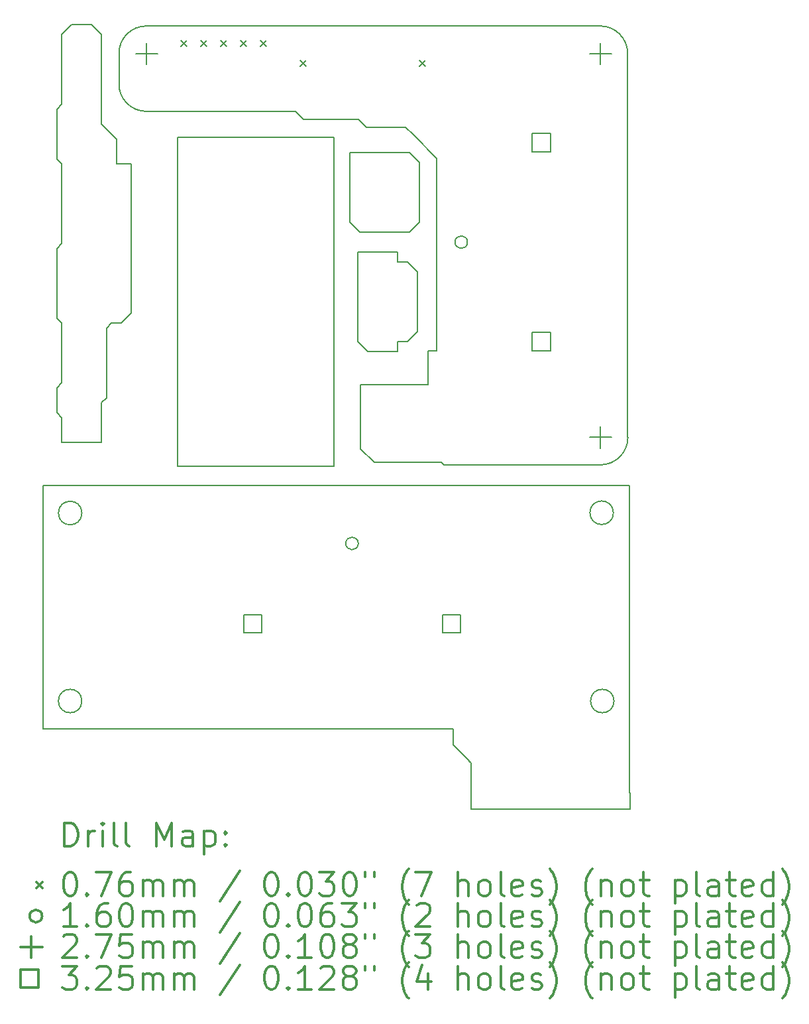
<source format=gbr>
%FSLAX45Y45*%
G04 Gerber Fmt 4.5, Leading zero omitted, Abs format (unit mm)*
G04 Created by KiCad (PCBNEW 5.0.2-bee76a0~70~ubuntu18.04.1) date to 11. heinäkuuta 2019 23.10.31*
%MOMM*%
%LPD*%
G01*
G04 APERTURE LIST*
%ADD10C,0.150000*%
%ADD11C,0.200000*%
%ADD12C,0.300000*%
G04 APERTURE END LIST*
D10*
X11370000Y-6790000D02*
X11370000Y-8390000D01*
X11070000Y-6490000D02*
X11370000Y-6790000D01*
X11260000Y-9680000D02*
X10400000Y-9680000D01*
X11260000Y-9250000D02*
X11260000Y-9680000D01*
X10400000Y-10500000D02*
X10400000Y-9680000D01*
X11430000Y-10670000D02*
X10570000Y-10670000D01*
X10400000Y-10500000D02*
X10570000Y-10670000D01*
X13840000Y-15100000D02*
X13840000Y-14910000D01*
X11810000Y-15100000D02*
X13840000Y-15100000D01*
X11810000Y-14930000D02*
X11810000Y-15100000D01*
X11808400Y-14504000D02*
X11788400Y-14484000D01*
X11808400Y-14934000D02*
X11808400Y-14504000D01*
X13838400Y-14884000D02*
X13838400Y-14934000D01*
X11460000Y-10700000D02*
X11430000Y-10670000D01*
D11*
X11149000Y-6842700D02*
X11149000Y-7604700D01*
X10260000Y-6715700D02*
X11022000Y-6715700D01*
X10365400Y-9130300D02*
X10365400Y-8114300D01*
D10*
X8058400Y-6518800D02*
X10058400Y-6518800D01*
X10058400Y-6518800D02*
X10058400Y-10718800D01*
D11*
X13628400Y-11314000D02*
G75*
G03X13628400Y-11314000I-150000J0D01*
G01*
X6349492Y-14072616D02*
X6339332Y-14071600D01*
X11582400Y-14071600D02*
X6350000Y-14071600D01*
X11582400Y-14274800D02*
X11582400Y-14071600D01*
X11785600Y-14478000D02*
X11582400Y-14274800D01*
X13836650Y-14065250D02*
X13836650Y-14884400D01*
D10*
X6516628Y-6164517D02*
X6516628Y-6799517D01*
X6516628Y-7942517D02*
X6516628Y-8831517D01*
X6516628Y-9720517D02*
X6516628Y-10038017D01*
X11460000Y-10700000D02*
X13470000Y-10700000D01*
X11370000Y-9250000D02*
X11260000Y-9250000D01*
X11370000Y-8890000D02*
X11370000Y-9250000D01*
X7660000Y-6190000D02*
X7960000Y-6190000D01*
X7310000Y-5450000D02*
X7310000Y-5840000D01*
X7660000Y-6190000D02*
G75*
G02X7310000Y-5840000I0J350000D01*
G01*
X8670000Y-6190000D02*
X7960000Y-6190000D01*
X10058400Y-10718800D02*
X8058400Y-10718800D01*
X8058400Y-10718800D02*
X8058400Y-6518800D01*
X13810000Y-10350000D02*
X13810000Y-5450000D01*
X13460000Y-5100000D02*
X7660000Y-5100000D01*
X13460000Y-5100000D02*
G75*
G02X13810000Y-5450000I0J-350000D01*
G01*
X7310000Y-5450000D02*
G75*
G02X7660000Y-5100000I350000J0D01*
G01*
X8670000Y-6190000D02*
X9170000Y-6190000D01*
X11370000Y-8390000D02*
X11370000Y-8890000D01*
X10370000Y-6290000D02*
X10170000Y-6290000D01*
X11070000Y-6490000D02*
X10970000Y-6390000D01*
X10470000Y-6390000D02*
X10370000Y-6290000D01*
X10570000Y-6390000D02*
X10470000Y-6390000D01*
X10970000Y-6390000D02*
X10570000Y-6390000D01*
X9570000Y-6190000D02*
X9170000Y-6190000D01*
X9670000Y-6290000D02*
X9570000Y-6190000D01*
X10170000Y-6290000D02*
X9670000Y-6290000D01*
X6836400Y-13717500D02*
G75*
G03X6836400Y-13717500I-150000J0D01*
G01*
X6836400Y-11317500D02*
G75*
G03X6836400Y-11317500I-150000J0D01*
G01*
X13636400Y-13717500D02*
G75*
G03X13636400Y-13717500I-150000J0D01*
G01*
X6336400Y-10967500D02*
X13836400Y-10967500D01*
X6336400Y-14067500D02*
X6336400Y-10967500D01*
X13836400Y-10967500D02*
X13836400Y-14067500D01*
X6580128Y-5212017D02*
X6580128Y-6101017D01*
X6961128Y-5085017D02*
X6707128Y-5085017D01*
X7088128Y-5212017D02*
X6961128Y-5085017D01*
X7088128Y-6355017D02*
X7088128Y-5212017D01*
X6707128Y-5085017D02*
X6580128Y-5212017D01*
X7278628Y-6545517D02*
X7088128Y-6355017D01*
X7278628Y-6863017D02*
X7278628Y-6545517D01*
X7469128Y-6863017D02*
X7278628Y-6863017D01*
X7469128Y-8768017D02*
X7469128Y-6863017D01*
X7342128Y-8895017D02*
X7469128Y-8768017D01*
X7215128Y-8895017D02*
X7342128Y-8895017D01*
X7151628Y-8958517D02*
X7215128Y-8895017D01*
X7151628Y-9847517D02*
X7151628Y-8958517D01*
X7088128Y-9911017D02*
X7151628Y-9847517D01*
X7088128Y-10419017D02*
X7088128Y-9911017D01*
X6580128Y-10419017D02*
X7088128Y-10419017D01*
X6580128Y-10101517D02*
X6580128Y-10419017D01*
X6516628Y-10038017D02*
X6580128Y-10101517D01*
X6580128Y-9657017D02*
X6516628Y-9720517D01*
X6580128Y-8895017D02*
X6580128Y-9657017D01*
X6516628Y-8831517D02*
X6580128Y-8895017D01*
X6580128Y-7879017D02*
X6516628Y-7942517D01*
X6580128Y-6863017D02*
X6580128Y-7879017D01*
X6516628Y-6799517D02*
X6580128Y-6863017D01*
X6580128Y-6101017D02*
X6516628Y-6164517D01*
X10492400Y-9257300D02*
X10365400Y-9130300D01*
X10260000Y-7604700D02*
X10260000Y-6715700D01*
X10387000Y-7731700D02*
X10260000Y-7604700D01*
X11022000Y-7731700D02*
X10387000Y-7731700D01*
D11*
X11149000Y-7604700D02*
X11022000Y-7731700D01*
X11022000Y-6715700D02*
X11149000Y-6842700D01*
D10*
X10365400Y-7987300D02*
X10365400Y-8114300D01*
X10492400Y-7987300D02*
X10365400Y-7987300D01*
X10492400Y-7987300D02*
X10873400Y-7987300D01*
D11*
X10873400Y-9257300D02*
X10492400Y-9257300D01*
X10873400Y-9130300D02*
X10873400Y-9257300D01*
X11000400Y-9130300D02*
X10873400Y-9130300D01*
X11127400Y-9003300D02*
X11000400Y-9130300D01*
X11127400Y-8241300D02*
X11127400Y-9003300D01*
X11000400Y-8114300D02*
X11127400Y-8241300D01*
X10873400Y-8114300D02*
X11000400Y-8114300D01*
X10873400Y-7987300D02*
X10873400Y-8114300D01*
D10*
X13813500Y-10352000D02*
G75*
G02X13463500Y-10702000I-350000J0D01*
G01*
D11*
X8102400Y-5282900D02*
X8178600Y-5359100D01*
X8178600Y-5282900D02*
X8102400Y-5359100D01*
X8356400Y-5282900D02*
X8432600Y-5359100D01*
X8432600Y-5282900D02*
X8356400Y-5359100D01*
X8610400Y-5282900D02*
X8686600Y-5359100D01*
X8686600Y-5282900D02*
X8610400Y-5359100D01*
X8864400Y-5282900D02*
X8940600Y-5359100D01*
X8940600Y-5282900D02*
X8864400Y-5359100D01*
X9118400Y-5282900D02*
X9194600Y-5359100D01*
X9194600Y-5282900D02*
X9118400Y-5359100D01*
X9626400Y-5536900D02*
X9702600Y-5613100D01*
X9702600Y-5536900D02*
X9626400Y-5613100D01*
X11150400Y-5536900D02*
X11226600Y-5613100D01*
X11226600Y-5536900D02*
X11150400Y-5613100D01*
X10368900Y-11706000D02*
G75*
G03X10368900Y-11706000I-80000J0D01*
G01*
X11764000Y-7859000D02*
G75*
G03X11764000Y-7859000I-80000J0D01*
G01*
X7663500Y-5314500D02*
X7663500Y-5589500D01*
X7526000Y-5452000D02*
X7801000Y-5452000D01*
X13463500Y-5314500D02*
X13463500Y-5589500D01*
X13326000Y-5452000D02*
X13601000Y-5452000D01*
X13463500Y-10214500D02*
X13463500Y-10489500D01*
X13326000Y-10352000D02*
X13601000Y-10352000D01*
X9133806Y-12844906D02*
X9133806Y-12615094D01*
X8903994Y-12615094D01*
X8903994Y-12844906D01*
X9133806Y-12844906D01*
X11673806Y-12844906D02*
X11673806Y-12615094D01*
X11443994Y-12615094D01*
X11443994Y-12844906D01*
X11673806Y-12844906D01*
X12822906Y-6703906D02*
X12822906Y-6474094D01*
X12593094Y-6474094D01*
X12593094Y-6703906D01*
X12822906Y-6703906D01*
X12822906Y-9243906D02*
X12822906Y-9014094D01*
X12593094Y-9014094D01*
X12593094Y-9243906D01*
X12822906Y-9243906D01*
D12*
X6615328Y-15573214D02*
X6615328Y-15273214D01*
X6686757Y-15273214D01*
X6729614Y-15287500D01*
X6758186Y-15316071D01*
X6772471Y-15344643D01*
X6786757Y-15401786D01*
X6786757Y-15444643D01*
X6772471Y-15501786D01*
X6758186Y-15530357D01*
X6729614Y-15558929D01*
X6686757Y-15573214D01*
X6615328Y-15573214D01*
X6915328Y-15573214D02*
X6915328Y-15373214D01*
X6915328Y-15430357D02*
X6929614Y-15401786D01*
X6943900Y-15387500D01*
X6972471Y-15373214D01*
X7001043Y-15373214D01*
X7101043Y-15573214D02*
X7101043Y-15373214D01*
X7101043Y-15273214D02*
X7086757Y-15287500D01*
X7101043Y-15301786D01*
X7115328Y-15287500D01*
X7101043Y-15273214D01*
X7101043Y-15301786D01*
X7286757Y-15573214D02*
X7258186Y-15558929D01*
X7243900Y-15530357D01*
X7243900Y-15273214D01*
X7443900Y-15573214D02*
X7415328Y-15558929D01*
X7401043Y-15530357D01*
X7401043Y-15273214D01*
X7786757Y-15573214D02*
X7786757Y-15273214D01*
X7886757Y-15487500D01*
X7986757Y-15273214D01*
X7986757Y-15573214D01*
X8258186Y-15573214D02*
X8258186Y-15416071D01*
X8243900Y-15387500D01*
X8215328Y-15373214D01*
X8158186Y-15373214D01*
X8129614Y-15387500D01*
X8258186Y-15558929D02*
X8229614Y-15573214D01*
X8158186Y-15573214D01*
X8129614Y-15558929D01*
X8115328Y-15530357D01*
X8115328Y-15501786D01*
X8129614Y-15473214D01*
X8158186Y-15458929D01*
X8229614Y-15458929D01*
X8258186Y-15444643D01*
X8401043Y-15373214D02*
X8401043Y-15673214D01*
X8401043Y-15387500D02*
X8429614Y-15373214D01*
X8486757Y-15373214D01*
X8515328Y-15387500D01*
X8529614Y-15401786D01*
X8543900Y-15430357D01*
X8543900Y-15516071D01*
X8529614Y-15544643D01*
X8515328Y-15558929D01*
X8486757Y-15573214D01*
X8429614Y-15573214D01*
X8401043Y-15558929D01*
X8672471Y-15544643D02*
X8686757Y-15558929D01*
X8672471Y-15573214D01*
X8658186Y-15558929D01*
X8672471Y-15544643D01*
X8672471Y-15573214D01*
X8672471Y-15387500D02*
X8686757Y-15401786D01*
X8672471Y-15416071D01*
X8658186Y-15401786D01*
X8672471Y-15387500D01*
X8672471Y-15416071D01*
X6252700Y-16029400D02*
X6328900Y-16105600D01*
X6328900Y-16029400D02*
X6252700Y-16105600D01*
X6672471Y-15903214D02*
X6701043Y-15903214D01*
X6729614Y-15917500D01*
X6743900Y-15931786D01*
X6758186Y-15960357D01*
X6772471Y-16017500D01*
X6772471Y-16088929D01*
X6758186Y-16146071D01*
X6743900Y-16174643D01*
X6729614Y-16188929D01*
X6701043Y-16203214D01*
X6672471Y-16203214D01*
X6643900Y-16188929D01*
X6629614Y-16174643D01*
X6615328Y-16146071D01*
X6601043Y-16088929D01*
X6601043Y-16017500D01*
X6615328Y-15960357D01*
X6629614Y-15931786D01*
X6643900Y-15917500D01*
X6672471Y-15903214D01*
X6901043Y-16174643D02*
X6915328Y-16188929D01*
X6901043Y-16203214D01*
X6886757Y-16188929D01*
X6901043Y-16174643D01*
X6901043Y-16203214D01*
X7015328Y-15903214D02*
X7215328Y-15903214D01*
X7086757Y-16203214D01*
X7458186Y-15903214D02*
X7401043Y-15903214D01*
X7372471Y-15917500D01*
X7358186Y-15931786D01*
X7329614Y-15974643D01*
X7315328Y-16031786D01*
X7315328Y-16146071D01*
X7329614Y-16174643D01*
X7343900Y-16188929D01*
X7372471Y-16203214D01*
X7429614Y-16203214D01*
X7458186Y-16188929D01*
X7472471Y-16174643D01*
X7486757Y-16146071D01*
X7486757Y-16074643D01*
X7472471Y-16046071D01*
X7458186Y-16031786D01*
X7429614Y-16017500D01*
X7372471Y-16017500D01*
X7343900Y-16031786D01*
X7329614Y-16046071D01*
X7315328Y-16074643D01*
X7615328Y-16203214D02*
X7615328Y-16003214D01*
X7615328Y-16031786D02*
X7629614Y-16017500D01*
X7658186Y-16003214D01*
X7701043Y-16003214D01*
X7729614Y-16017500D01*
X7743900Y-16046071D01*
X7743900Y-16203214D01*
X7743900Y-16046071D02*
X7758186Y-16017500D01*
X7786757Y-16003214D01*
X7829614Y-16003214D01*
X7858186Y-16017500D01*
X7872471Y-16046071D01*
X7872471Y-16203214D01*
X8015328Y-16203214D02*
X8015328Y-16003214D01*
X8015328Y-16031786D02*
X8029614Y-16017500D01*
X8058186Y-16003214D01*
X8101043Y-16003214D01*
X8129614Y-16017500D01*
X8143900Y-16046071D01*
X8143900Y-16203214D01*
X8143900Y-16046071D02*
X8158186Y-16017500D01*
X8186757Y-16003214D01*
X8229614Y-16003214D01*
X8258186Y-16017500D01*
X8272471Y-16046071D01*
X8272471Y-16203214D01*
X8858186Y-15888929D02*
X8601043Y-16274643D01*
X9243900Y-15903214D02*
X9272471Y-15903214D01*
X9301043Y-15917500D01*
X9315328Y-15931786D01*
X9329614Y-15960357D01*
X9343900Y-16017500D01*
X9343900Y-16088929D01*
X9329614Y-16146071D01*
X9315328Y-16174643D01*
X9301043Y-16188929D01*
X9272471Y-16203214D01*
X9243900Y-16203214D01*
X9215328Y-16188929D01*
X9201043Y-16174643D01*
X9186757Y-16146071D01*
X9172471Y-16088929D01*
X9172471Y-16017500D01*
X9186757Y-15960357D01*
X9201043Y-15931786D01*
X9215328Y-15917500D01*
X9243900Y-15903214D01*
X9472471Y-16174643D02*
X9486757Y-16188929D01*
X9472471Y-16203214D01*
X9458186Y-16188929D01*
X9472471Y-16174643D01*
X9472471Y-16203214D01*
X9672471Y-15903214D02*
X9701043Y-15903214D01*
X9729614Y-15917500D01*
X9743900Y-15931786D01*
X9758186Y-15960357D01*
X9772471Y-16017500D01*
X9772471Y-16088929D01*
X9758186Y-16146071D01*
X9743900Y-16174643D01*
X9729614Y-16188929D01*
X9701043Y-16203214D01*
X9672471Y-16203214D01*
X9643900Y-16188929D01*
X9629614Y-16174643D01*
X9615328Y-16146071D01*
X9601043Y-16088929D01*
X9601043Y-16017500D01*
X9615328Y-15960357D01*
X9629614Y-15931786D01*
X9643900Y-15917500D01*
X9672471Y-15903214D01*
X9872471Y-15903214D02*
X10058186Y-15903214D01*
X9958186Y-16017500D01*
X10001043Y-16017500D01*
X10029614Y-16031786D01*
X10043900Y-16046071D01*
X10058186Y-16074643D01*
X10058186Y-16146071D01*
X10043900Y-16174643D01*
X10029614Y-16188929D01*
X10001043Y-16203214D01*
X9915328Y-16203214D01*
X9886757Y-16188929D01*
X9872471Y-16174643D01*
X10243900Y-15903214D02*
X10272471Y-15903214D01*
X10301043Y-15917500D01*
X10315328Y-15931786D01*
X10329614Y-15960357D01*
X10343900Y-16017500D01*
X10343900Y-16088929D01*
X10329614Y-16146071D01*
X10315328Y-16174643D01*
X10301043Y-16188929D01*
X10272471Y-16203214D01*
X10243900Y-16203214D01*
X10215328Y-16188929D01*
X10201043Y-16174643D01*
X10186757Y-16146071D01*
X10172471Y-16088929D01*
X10172471Y-16017500D01*
X10186757Y-15960357D01*
X10201043Y-15931786D01*
X10215328Y-15917500D01*
X10243900Y-15903214D01*
X10458186Y-15903214D02*
X10458186Y-15960357D01*
X10572471Y-15903214D02*
X10572471Y-15960357D01*
X11015328Y-16317500D02*
X11001043Y-16303214D01*
X10972471Y-16260357D01*
X10958186Y-16231786D01*
X10943900Y-16188929D01*
X10929614Y-16117500D01*
X10929614Y-16060357D01*
X10943900Y-15988929D01*
X10958186Y-15946071D01*
X10972471Y-15917500D01*
X11001043Y-15874643D01*
X11015328Y-15860357D01*
X11101043Y-15903214D02*
X11301043Y-15903214D01*
X11172471Y-16203214D01*
X11643900Y-16203214D02*
X11643900Y-15903214D01*
X11772471Y-16203214D02*
X11772471Y-16046071D01*
X11758186Y-16017500D01*
X11729614Y-16003214D01*
X11686757Y-16003214D01*
X11658186Y-16017500D01*
X11643900Y-16031786D01*
X11958186Y-16203214D02*
X11929614Y-16188929D01*
X11915328Y-16174643D01*
X11901043Y-16146071D01*
X11901043Y-16060357D01*
X11915328Y-16031786D01*
X11929614Y-16017500D01*
X11958186Y-16003214D01*
X12001043Y-16003214D01*
X12029614Y-16017500D01*
X12043900Y-16031786D01*
X12058186Y-16060357D01*
X12058186Y-16146071D01*
X12043900Y-16174643D01*
X12029614Y-16188929D01*
X12001043Y-16203214D01*
X11958186Y-16203214D01*
X12229614Y-16203214D02*
X12201043Y-16188929D01*
X12186757Y-16160357D01*
X12186757Y-15903214D01*
X12458186Y-16188929D02*
X12429614Y-16203214D01*
X12372471Y-16203214D01*
X12343900Y-16188929D01*
X12329614Y-16160357D01*
X12329614Y-16046071D01*
X12343900Y-16017500D01*
X12372471Y-16003214D01*
X12429614Y-16003214D01*
X12458186Y-16017500D01*
X12472471Y-16046071D01*
X12472471Y-16074643D01*
X12329614Y-16103214D01*
X12586757Y-16188929D02*
X12615328Y-16203214D01*
X12672471Y-16203214D01*
X12701043Y-16188929D01*
X12715328Y-16160357D01*
X12715328Y-16146071D01*
X12701043Y-16117500D01*
X12672471Y-16103214D01*
X12629614Y-16103214D01*
X12601043Y-16088929D01*
X12586757Y-16060357D01*
X12586757Y-16046071D01*
X12601043Y-16017500D01*
X12629614Y-16003214D01*
X12672471Y-16003214D01*
X12701043Y-16017500D01*
X12815328Y-16317500D02*
X12829614Y-16303214D01*
X12858186Y-16260357D01*
X12872471Y-16231786D01*
X12886757Y-16188929D01*
X12901043Y-16117500D01*
X12901043Y-16060357D01*
X12886757Y-15988929D01*
X12872471Y-15946071D01*
X12858186Y-15917500D01*
X12829614Y-15874643D01*
X12815328Y-15860357D01*
X13358186Y-16317500D02*
X13343900Y-16303214D01*
X13315328Y-16260357D01*
X13301043Y-16231786D01*
X13286757Y-16188929D01*
X13272471Y-16117500D01*
X13272471Y-16060357D01*
X13286757Y-15988929D01*
X13301043Y-15946071D01*
X13315328Y-15917500D01*
X13343900Y-15874643D01*
X13358186Y-15860357D01*
X13472471Y-16003214D02*
X13472471Y-16203214D01*
X13472471Y-16031786D02*
X13486757Y-16017500D01*
X13515328Y-16003214D01*
X13558186Y-16003214D01*
X13586757Y-16017500D01*
X13601043Y-16046071D01*
X13601043Y-16203214D01*
X13786757Y-16203214D02*
X13758186Y-16188929D01*
X13743900Y-16174643D01*
X13729614Y-16146071D01*
X13729614Y-16060357D01*
X13743900Y-16031786D01*
X13758186Y-16017500D01*
X13786757Y-16003214D01*
X13829614Y-16003214D01*
X13858186Y-16017500D01*
X13872471Y-16031786D01*
X13886757Y-16060357D01*
X13886757Y-16146071D01*
X13872471Y-16174643D01*
X13858186Y-16188929D01*
X13829614Y-16203214D01*
X13786757Y-16203214D01*
X13972471Y-16003214D02*
X14086757Y-16003214D01*
X14015328Y-15903214D02*
X14015328Y-16160357D01*
X14029614Y-16188929D01*
X14058186Y-16203214D01*
X14086757Y-16203214D01*
X14415328Y-16003214D02*
X14415328Y-16303214D01*
X14415328Y-16017500D02*
X14443900Y-16003214D01*
X14501043Y-16003214D01*
X14529614Y-16017500D01*
X14543900Y-16031786D01*
X14558186Y-16060357D01*
X14558186Y-16146071D01*
X14543900Y-16174643D01*
X14529614Y-16188929D01*
X14501043Y-16203214D01*
X14443900Y-16203214D01*
X14415328Y-16188929D01*
X14729614Y-16203214D02*
X14701043Y-16188929D01*
X14686757Y-16160357D01*
X14686757Y-15903214D01*
X14972471Y-16203214D02*
X14972471Y-16046071D01*
X14958186Y-16017500D01*
X14929614Y-16003214D01*
X14872471Y-16003214D01*
X14843900Y-16017500D01*
X14972471Y-16188929D02*
X14943900Y-16203214D01*
X14872471Y-16203214D01*
X14843900Y-16188929D01*
X14829614Y-16160357D01*
X14829614Y-16131786D01*
X14843900Y-16103214D01*
X14872471Y-16088929D01*
X14943900Y-16088929D01*
X14972471Y-16074643D01*
X15072471Y-16003214D02*
X15186757Y-16003214D01*
X15115328Y-15903214D02*
X15115328Y-16160357D01*
X15129614Y-16188929D01*
X15158186Y-16203214D01*
X15186757Y-16203214D01*
X15401043Y-16188929D02*
X15372471Y-16203214D01*
X15315328Y-16203214D01*
X15286757Y-16188929D01*
X15272471Y-16160357D01*
X15272471Y-16046071D01*
X15286757Y-16017500D01*
X15315328Y-16003214D01*
X15372471Y-16003214D01*
X15401043Y-16017500D01*
X15415328Y-16046071D01*
X15415328Y-16074643D01*
X15272471Y-16103214D01*
X15672471Y-16203214D02*
X15672471Y-15903214D01*
X15672471Y-16188929D02*
X15643900Y-16203214D01*
X15586757Y-16203214D01*
X15558186Y-16188929D01*
X15543900Y-16174643D01*
X15529614Y-16146071D01*
X15529614Y-16060357D01*
X15543900Y-16031786D01*
X15558186Y-16017500D01*
X15586757Y-16003214D01*
X15643900Y-16003214D01*
X15672471Y-16017500D01*
X15786757Y-16317500D02*
X15801043Y-16303214D01*
X15829614Y-16260357D01*
X15843900Y-16231786D01*
X15858186Y-16188929D01*
X15872471Y-16117500D01*
X15872471Y-16060357D01*
X15858186Y-15988929D01*
X15843900Y-15946071D01*
X15829614Y-15917500D01*
X15801043Y-15874643D01*
X15786757Y-15860357D01*
X6328900Y-16463500D02*
G75*
G03X6328900Y-16463500I-80000J0D01*
G01*
X6772471Y-16599214D02*
X6601043Y-16599214D01*
X6686757Y-16599214D02*
X6686757Y-16299214D01*
X6658186Y-16342071D01*
X6629614Y-16370643D01*
X6601043Y-16384929D01*
X6901043Y-16570643D02*
X6915328Y-16584929D01*
X6901043Y-16599214D01*
X6886757Y-16584929D01*
X6901043Y-16570643D01*
X6901043Y-16599214D01*
X7172471Y-16299214D02*
X7115328Y-16299214D01*
X7086757Y-16313500D01*
X7072471Y-16327786D01*
X7043900Y-16370643D01*
X7029614Y-16427786D01*
X7029614Y-16542071D01*
X7043900Y-16570643D01*
X7058186Y-16584929D01*
X7086757Y-16599214D01*
X7143900Y-16599214D01*
X7172471Y-16584929D01*
X7186757Y-16570643D01*
X7201043Y-16542071D01*
X7201043Y-16470643D01*
X7186757Y-16442071D01*
X7172471Y-16427786D01*
X7143900Y-16413500D01*
X7086757Y-16413500D01*
X7058186Y-16427786D01*
X7043900Y-16442071D01*
X7029614Y-16470643D01*
X7386757Y-16299214D02*
X7415328Y-16299214D01*
X7443900Y-16313500D01*
X7458186Y-16327786D01*
X7472471Y-16356357D01*
X7486757Y-16413500D01*
X7486757Y-16484929D01*
X7472471Y-16542071D01*
X7458186Y-16570643D01*
X7443900Y-16584929D01*
X7415328Y-16599214D01*
X7386757Y-16599214D01*
X7358186Y-16584929D01*
X7343900Y-16570643D01*
X7329614Y-16542071D01*
X7315328Y-16484929D01*
X7315328Y-16413500D01*
X7329614Y-16356357D01*
X7343900Y-16327786D01*
X7358186Y-16313500D01*
X7386757Y-16299214D01*
X7615328Y-16599214D02*
X7615328Y-16399214D01*
X7615328Y-16427786D02*
X7629614Y-16413500D01*
X7658186Y-16399214D01*
X7701043Y-16399214D01*
X7729614Y-16413500D01*
X7743900Y-16442071D01*
X7743900Y-16599214D01*
X7743900Y-16442071D02*
X7758186Y-16413500D01*
X7786757Y-16399214D01*
X7829614Y-16399214D01*
X7858186Y-16413500D01*
X7872471Y-16442071D01*
X7872471Y-16599214D01*
X8015328Y-16599214D02*
X8015328Y-16399214D01*
X8015328Y-16427786D02*
X8029614Y-16413500D01*
X8058186Y-16399214D01*
X8101043Y-16399214D01*
X8129614Y-16413500D01*
X8143900Y-16442071D01*
X8143900Y-16599214D01*
X8143900Y-16442071D02*
X8158186Y-16413500D01*
X8186757Y-16399214D01*
X8229614Y-16399214D01*
X8258186Y-16413500D01*
X8272471Y-16442071D01*
X8272471Y-16599214D01*
X8858186Y-16284929D02*
X8601043Y-16670643D01*
X9243900Y-16299214D02*
X9272471Y-16299214D01*
X9301043Y-16313500D01*
X9315328Y-16327786D01*
X9329614Y-16356357D01*
X9343900Y-16413500D01*
X9343900Y-16484929D01*
X9329614Y-16542071D01*
X9315328Y-16570643D01*
X9301043Y-16584929D01*
X9272471Y-16599214D01*
X9243900Y-16599214D01*
X9215328Y-16584929D01*
X9201043Y-16570643D01*
X9186757Y-16542071D01*
X9172471Y-16484929D01*
X9172471Y-16413500D01*
X9186757Y-16356357D01*
X9201043Y-16327786D01*
X9215328Y-16313500D01*
X9243900Y-16299214D01*
X9472471Y-16570643D02*
X9486757Y-16584929D01*
X9472471Y-16599214D01*
X9458186Y-16584929D01*
X9472471Y-16570643D01*
X9472471Y-16599214D01*
X9672471Y-16299214D02*
X9701043Y-16299214D01*
X9729614Y-16313500D01*
X9743900Y-16327786D01*
X9758186Y-16356357D01*
X9772471Y-16413500D01*
X9772471Y-16484929D01*
X9758186Y-16542071D01*
X9743900Y-16570643D01*
X9729614Y-16584929D01*
X9701043Y-16599214D01*
X9672471Y-16599214D01*
X9643900Y-16584929D01*
X9629614Y-16570643D01*
X9615328Y-16542071D01*
X9601043Y-16484929D01*
X9601043Y-16413500D01*
X9615328Y-16356357D01*
X9629614Y-16327786D01*
X9643900Y-16313500D01*
X9672471Y-16299214D01*
X10029614Y-16299214D02*
X9972471Y-16299214D01*
X9943900Y-16313500D01*
X9929614Y-16327786D01*
X9901043Y-16370643D01*
X9886757Y-16427786D01*
X9886757Y-16542071D01*
X9901043Y-16570643D01*
X9915328Y-16584929D01*
X9943900Y-16599214D01*
X10001043Y-16599214D01*
X10029614Y-16584929D01*
X10043900Y-16570643D01*
X10058186Y-16542071D01*
X10058186Y-16470643D01*
X10043900Y-16442071D01*
X10029614Y-16427786D01*
X10001043Y-16413500D01*
X9943900Y-16413500D01*
X9915328Y-16427786D01*
X9901043Y-16442071D01*
X9886757Y-16470643D01*
X10158186Y-16299214D02*
X10343900Y-16299214D01*
X10243900Y-16413500D01*
X10286757Y-16413500D01*
X10315328Y-16427786D01*
X10329614Y-16442071D01*
X10343900Y-16470643D01*
X10343900Y-16542071D01*
X10329614Y-16570643D01*
X10315328Y-16584929D01*
X10286757Y-16599214D01*
X10201043Y-16599214D01*
X10172471Y-16584929D01*
X10158186Y-16570643D01*
X10458186Y-16299214D02*
X10458186Y-16356357D01*
X10572471Y-16299214D02*
X10572471Y-16356357D01*
X11015328Y-16713500D02*
X11001043Y-16699214D01*
X10972471Y-16656357D01*
X10958186Y-16627786D01*
X10943900Y-16584929D01*
X10929614Y-16513500D01*
X10929614Y-16456357D01*
X10943900Y-16384929D01*
X10958186Y-16342071D01*
X10972471Y-16313500D01*
X11001043Y-16270643D01*
X11015328Y-16256357D01*
X11115328Y-16327786D02*
X11129614Y-16313500D01*
X11158186Y-16299214D01*
X11229614Y-16299214D01*
X11258186Y-16313500D01*
X11272471Y-16327786D01*
X11286757Y-16356357D01*
X11286757Y-16384929D01*
X11272471Y-16427786D01*
X11101043Y-16599214D01*
X11286757Y-16599214D01*
X11643900Y-16599214D02*
X11643900Y-16299214D01*
X11772471Y-16599214D02*
X11772471Y-16442071D01*
X11758186Y-16413500D01*
X11729614Y-16399214D01*
X11686757Y-16399214D01*
X11658186Y-16413500D01*
X11643900Y-16427786D01*
X11958186Y-16599214D02*
X11929614Y-16584929D01*
X11915328Y-16570643D01*
X11901043Y-16542071D01*
X11901043Y-16456357D01*
X11915328Y-16427786D01*
X11929614Y-16413500D01*
X11958186Y-16399214D01*
X12001043Y-16399214D01*
X12029614Y-16413500D01*
X12043900Y-16427786D01*
X12058186Y-16456357D01*
X12058186Y-16542071D01*
X12043900Y-16570643D01*
X12029614Y-16584929D01*
X12001043Y-16599214D01*
X11958186Y-16599214D01*
X12229614Y-16599214D02*
X12201043Y-16584929D01*
X12186757Y-16556357D01*
X12186757Y-16299214D01*
X12458186Y-16584929D02*
X12429614Y-16599214D01*
X12372471Y-16599214D01*
X12343900Y-16584929D01*
X12329614Y-16556357D01*
X12329614Y-16442071D01*
X12343900Y-16413500D01*
X12372471Y-16399214D01*
X12429614Y-16399214D01*
X12458186Y-16413500D01*
X12472471Y-16442071D01*
X12472471Y-16470643D01*
X12329614Y-16499214D01*
X12586757Y-16584929D02*
X12615328Y-16599214D01*
X12672471Y-16599214D01*
X12701043Y-16584929D01*
X12715328Y-16556357D01*
X12715328Y-16542071D01*
X12701043Y-16513500D01*
X12672471Y-16499214D01*
X12629614Y-16499214D01*
X12601043Y-16484929D01*
X12586757Y-16456357D01*
X12586757Y-16442071D01*
X12601043Y-16413500D01*
X12629614Y-16399214D01*
X12672471Y-16399214D01*
X12701043Y-16413500D01*
X12815328Y-16713500D02*
X12829614Y-16699214D01*
X12858186Y-16656357D01*
X12872471Y-16627786D01*
X12886757Y-16584929D01*
X12901043Y-16513500D01*
X12901043Y-16456357D01*
X12886757Y-16384929D01*
X12872471Y-16342071D01*
X12858186Y-16313500D01*
X12829614Y-16270643D01*
X12815328Y-16256357D01*
X13358186Y-16713500D02*
X13343900Y-16699214D01*
X13315328Y-16656357D01*
X13301043Y-16627786D01*
X13286757Y-16584929D01*
X13272471Y-16513500D01*
X13272471Y-16456357D01*
X13286757Y-16384929D01*
X13301043Y-16342071D01*
X13315328Y-16313500D01*
X13343900Y-16270643D01*
X13358186Y-16256357D01*
X13472471Y-16399214D02*
X13472471Y-16599214D01*
X13472471Y-16427786D02*
X13486757Y-16413500D01*
X13515328Y-16399214D01*
X13558186Y-16399214D01*
X13586757Y-16413500D01*
X13601043Y-16442071D01*
X13601043Y-16599214D01*
X13786757Y-16599214D02*
X13758186Y-16584929D01*
X13743900Y-16570643D01*
X13729614Y-16542071D01*
X13729614Y-16456357D01*
X13743900Y-16427786D01*
X13758186Y-16413500D01*
X13786757Y-16399214D01*
X13829614Y-16399214D01*
X13858186Y-16413500D01*
X13872471Y-16427786D01*
X13886757Y-16456357D01*
X13886757Y-16542071D01*
X13872471Y-16570643D01*
X13858186Y-16584929D01*
X13829614Y-16599214D01*
X13786757Y-16599214D01*
X13972471Y-16399214D02*
X14086757Y-16399214D01*
X14015328Y-16299214D02*
X14015328Y-16556357D01*
X14029614Y-16584929D01*
X14058186Y-16599214D01*
X14086757Y-16599214D01*
X14415328Y-16399214D02*
X14415328Y-16699214D01*
X14415328Y-16413500D02*
X14443900Y-16399214D01*
X14501043Y-16399214D01*
X14529614Y-16413500D01*
X14543900Y-16427786D01*
X14558186Y-16456357D01*
X14558186Y-16542071D01*
X14543900Y-16570643D01*
X14529614Y-16584929D01*
X14501043Y-16599214D01*
X14443900Y-16599214D01*
X14415328Y-16584929D01*
X14729614Y-16599214D02*
X14701043Y-16584929D01*
X14686757Y-16556357D01*
X14686757Y-16299214D01*
X14972471Y-16599214D02*
X14972471Y-16442071D01*
X14958186Y-16413500D01*
X14929614Y-16399214D01*
X14872471Y-16399214D01*
X14843900Y-16413500D01*
X14972471Y-16584929D02*
X14943900Y-16599214D01*
X14872471Y-16599214D01*
X14843900Y-16584929D01*
X14829614Y-16556357D01*
X14829614Y-16527786D01*
X14843900Y-16499214D01*
X14872471Y-16484929D01*
X14943900Y-16484929D01*
X14972471Y-16470643D01*
X15072471Y-16399214D02*
X15186757Y-16399214D01*
X15115328Y-16299214D02*
X15115328Y-16556357D01*
X15129614Y-16584929D01*
X15158186Y-16599214D01*
X15186757Y-16599214D01*
X15401043Y-16584929D02*
X15372471Y-16599214D01*
X15315328Y-16599214D01*
X15286757Y-16584929D01*
X15272471Y-16556357D01*
X15272471Y-16442071D01*
X15286757Y-16413500D01*
X15315328Y-16399214D01*
X15372471Y-16399214D01*
X15401043Y-16413500D01*
X15415328Y-16442071D01*
X15415328Y-16470643D01*
X15272471Y-16499214D01*
X15672471Y-16599214D02*
X15672471Y-16299214D01*
X15672471Y-16584929D02*
X15643900Y-16599214D01*
X15586757Y-16599214D01*
X15558186Y-16584929D01*
X15543900Y-16570643D01*
X15529614Y-16542071D01*
X15529614Y-16456357D01*
X15543900Y-16427786D01*
X15558186Y-16413500D01*
X15586757Y-16399214D01*
X15643900Y-16399214D01*
X15672471Y-16413500D01*
X15786757Y-16713500D02*
X15801043Y-16699214D01*
X15829614Y-16656357D01*
X15843900Y-16627786D01*
X15858186Y-16584929D01*
X15872471Y-16513500D01*
X15872471Y-16456357D01*
X15858186Y-16384929D01*
X15843900Y-16342071D01*
X15829614Y-16313500D01*
X15801043Y-16270643D01*
X15786757Y-16256357D01*
X6191400Y-16722000D02*
X6191400Y-16997000D01*
X6053900Y-16859500D02*
X6328900Y-16859500D01*
X6601043Y-16723786D02*
X6615328Y-16709500D01*
X6643900Y-16695214D01*
X6715328Y-16695214D01*
X6743900Y-16709500D01*
X6758186Y-16723786D01*
X6772471Y-16752357D01*
X6772471Y-16780929D01*
X6758186Y-16823786D01*
X6586757Y-16995214D01*
X6772471Y-16995214D01*
X6901043Y-16966643D02*
X6915328Y-16980929D01*
X6901043Y-16995214D01*
X6886757Y-16980929D01*
X6901043Y-16966643D01*
X6901043Y-16995214D01*
X7015328Y-16695214D02*
X7215328Y-16695214D01*
X7086757Y-16995214D01*
X7472471Y-16695214D02*
X7329614Y-16695214D01*
X7315328Y-16838072D01*
X7329614Y-16823786D01*
X7358186Y-16809500D01*
X7429614Y-16809500D01*
X7458186Y-16823786D01*
X7472471Y-16838072D01*
X7486757Y-16866643D01*
X7486757Y-16938072D01*
X7472471Y-16966643D01*
X7458186Y-16980929D01*
X7429614Y-16995214D01*
X7358186Y-16995214D01*
X7329614Y-16980929D01*
X7315328Y-16966643D01*
X7615328Y-16995214D02*
X7615328Y-16795214D01*
X7615328Y-16823786D02*
X7629614Y-16809500D01*
X7658186Y-16795214D01*
X7701043Y-16795214D01*
X7729614Y-16809500D01*
X7743900Y-16838072D01*
X7743900Y-16995214D01*
X7743900Y-16838072D02*
X7758186Y-16809500D01*
X7786757Y-16795214D01*
X7829614Y-16795214D01*
X7858186Y-16809500D01*
X7872471Y-16838072D01*
X7872471Y-16995214D01*
X8015328Y-16995214D02*
X8015328Y-16795214D01*
X8015328Y-16823786D02*
X8029614Y-16809500D01*
X8058186Y-16795214D01*
X8101043Y-16795214D01*
X8129614Y-16809500D01*
X8143900Y-16838072D01*
X8143900Y-16995214D01*
X8143900Y-16838072D02*
X8158186Y-16809500D01*
X8186757Y-16795214D01*
X8229614Y-16795214D01*
X8258186Y-16809500D01*
X8272471Y-16838072D01*
X8272471Y-16995214D01*
X8858186Y-16680929D02*
X8601043Y-17066643D01*
X9243900Y-16695214D02*
X9272471Y-16695214D01*
X9301043Y-16709500D01*
X9315328Y-16723786D01*
X9329614Y-16752357D01*
X9343900Y-16809500D01*
X9343900Y-16880929D01*
X9329614Y-16938072D01*
X9315328Y-16966643D01*
X9301043Y-16980929D01*
X9272471Y-16995214D01*
X9243900Y-16995214D01*
X9215328Y-16980929D01*
X9201043Y-16966643D01*
X9186757Y-16938072D01*
X9172471Y-16880929D01*
X9172471Y-16809500D01*
X9186757Y-16752357D01*
X9201043Y-16723786D01*
X9215328Y-16709500D01*
X9243900Y-16695214D01*
X9472471Y-16966643D02*
X9486757Y-16980929D01*
X9472471Y-16995214D01*
X9458186Y-16980929D01*
X9472471Y-16966643D01*
X9472471Y-16995214D01*
X9772471Y-16995214D02*
X9601043Y-16995214D01*
X9686757Y-16995214D02*
X9686757Y-16695214D01*
X9658186Y-16738071D01*
X9629614Y-16766643D01*
X9601043Y-16780929D01*
X9958186Y-16695214D02*
X9986757Y-16695214D01*
X10015328Y-16709500D01*
X10029614Y-16723786D01*
X10043900Y-16752357D01*
X10058186Y-16809500D01*
X10058186Y-16880929D01*
X10043900Y-16938072D01*
X10029614Y-16966643D01*
X10015328Y-16980929D01*
X9986757Y-16995214D01*
X9958186Y-16995214D01*
X9929614Y-16980929D01*
X9915328Y-16966643D01*
X9901043Y-16938072D01*
X9886757Y-16880929D01*
X9886757Y-16809500D01*
X9901043Y-16752357D01*
X9915328Y-16723786D01*
X9929614Y-16709500D01*
X9958186Y-16695214D01*
X10229614Y-16823786D02*
X10201043Y-16809500D01*
X10186757Y-16795214D01*
X10172471Y-16766643D01*
X10172471Y-16752357D01*
X10186757Y-16723786D01*
X10201043Y-16709500D01*
X10229614Y-16695214D01*
X10286757Y-16695214D01*
X10315328Y-16709500D01*
X10329614Y-16723786D01*
X10343900Y-16752357D01*
X10343900Y-16766643D01*
X10329614Y-16795214D01*
X10315328Y-16809500D01*
X10286757Y-16823786D01*
X10229614Y-16823786D01*
X10201043Y-16838072D01*
X10186757Y-16852357D01*
X10172471Y-16880929D01*
X10172471Y-16938072D01*
X10186757Y-16966643D01*
X10201043Y-16980929D01*
X10229614Y-16995214D01*
X10286757Y-16995214D01*
X10315328Y-16980929D01*
X10329614Y-16966643D01*
X10343900Y-16938072D01*
X10343900Y-16880929D01*
X10329614Y-16852357D01*
X10315328Y-16838072D01*
X10286757Y-16823786D01*
X10458186Y-16695214D02*
X10458186Y-16752357D01*
X10572471Y-16695214D02*
X10572471Y-16752357D01*
X11015328Y-17109500D02*
X11001043Y-17095214D01*
X10972471Y-17052357D01*
X10958186Y-17023786D01*
X10943900Y-16980929D01*
X10929614Y-16909500D01*
X10929614Y-16852357D01*
X10943900Y-16780929D01*
X10958186Y-16738071D01*
X10972471Y-16709500D01*
X11001043Y-16666643D01*
X11015328Y-16652357D01*
X11101043Y-16695214D02*
X11286757Y-16695214D01*
X11186757Y-16809500D01*
X11229614Y-16809500D01*
X11258186Y-16823786D01*
X11272471Y-16838072D01*
X11286757Y-16866643D01*
X11286757Y-16938072D01*
X11272471Y-16966643D01*
X11258186Y-16980929D01*
X11229614Y-16995214D01*
X11143900Y-16995214D01*
X11115328Y-16980929D01*
X11101043Y-16966643D01*
X11643900Y-16995214D02*
X11643900Y-16695214D01*
X11772471Y-16995214D02*
X11772471Y-16838072D01*
X11758186Y-16809500D01*
X11729614Y-16795214D01*
X11686757Y-16795214D01*
X11658186Y-16809500D01*
X11643900Y-16823786D01*
X11958186Y-16995214D02*
X11929614Y-16980929D01*
X11915328Y-16966643D01*
X11901043Y-16938072D01*
X11901043Y-16852357D01*
X11915328Y-16823786D01*
X11929614Y-16809500D01*
X11958186Y-16795214D01*
X12001043Y-16795214D01*
X12029614Y-16809500D01*
X12043900Y-16823786D01*
X12058186Y-16852357D01*
X12058186Y-16938072D01*
X12043900Y-16966643D01*
X12029614Y-16980929D01*
X12001043Y-16995214D01*
X11958186Y-16995214D01*
X12229614Y-16995214D02*
X12201043Y-16980929D01*
X12186757Y-16952357D01*
X12186757Y-16695214D01*
X12458186Y-16980929D02*
X12429614Y-16995214D01*
X12372471Y-16995214D01*
X12343900Y-16980929D01*
X12329614Y-16952357D01*
X12329614Y-16838072D01*
X12343900Y-16809500D01*
X12372471Y-16795214D01*
X12429614Y-16795214D01*
X12458186Y-16809500D01*
X12472471Y-16838072D01*
X12472471Y-16866643D01*
X12329614Y-16895214D01*
X12586757Y-16980929D02*
X12615328Y-16995214D01*
X12672471Y-16995214D01*
X12701043Y-16980929D01*
X12715328Y-16952357D01*
X12715328Y-16938072D01*
X12701043Y-16909500D01*
X12672471Y-16895214D01*
X12629614Y-16895214D01*
X12601043Y-16880929D01*
X12586757Y-16852357D01*
X12586757Y-16838072D01*
X12601043Y-16809500D01*
X12629614Y-16795214D01*
X12672471Y-16795214D01*
X12701043Y-16809500D01*
X12815328Y-17109500D02*
X12829614Y-17095214D01*
X12858186Y-17052357D01*
X12872471Y-17023786D01*
X12886757Y-16980929D01*
X12901043Y-16909500D01*
X12901043Y-16852357D01*
X12886757Y-16780929D01*
X12872471Y-16738071D01*
X12858186Y-16709500D01*
X12829614Y-16666643D01*
X12815328Y-16652357D01*
X13358186Y-17109500D02*
X13343900Y-17095214D01*
X13315328Y-17052357D01*
X13301043Y-17023786D01*
X13286757Y-16980929D01*
X13272471Y-16909500D01*
X13272471Y-16852357D01*
X13286757Y-16780929D01*
X13301043Y-16738071D01*
X13315328Y-16709500D01*
X13343900Y-16666643D01*
X13358186Y-16652357D01*
X13472471Y-16795214D02*
X13472471Y-16995214D01*
X13472471Y-16823786D02*
X13486757Y-16809500D01*
X13515328Y-16795214D01*
X13558186Y-16795214D01*
X13586757Y-16809500D01*
X13601043Y-16838072D01*
X13601043Y-16995214D01*
X13786757Y-16995214D02*
X13758186Y-16980929D01*
X13743900Y-16966643D01*
X13729614Y-16938072D01*
X13729614Y-16852357D01*
X13743900Y-16823786D01*
X13758186Y-16809500D01*
X13786757Y-16795214D01*
X13829614Y-16795214D01*
X13858186Y-16809500D01*
X13872471Y-16823786D01*
X13886757Y-16852357D01*
X13886757Y-16938072D01*
X13872471Y-16966643D01*
X13858186Y-16980929D01*
X13829614Y-16995214D01*
X13786757Y-16995214D01*
X13972471Y-16795214D02*
X14086757Y-16795214D01*
X14015328Y-16695214D02*
X14015328Y-16952357D01*
X14029614Y-16980929D01*
X14058186Y-16995214D01*
X14086757Y-16995214D01*
X14415328Y-16795214D02*
X14415328Y-17095214D01*
X14415328Y-16809500D02*
X14443900Y-16795214D01*
X14501043Y-16795214D01*
X14529614Y-16809500D01*
X14543900Y-16823786D01*
X14558186Y-16852357D01*
X14558186Y-16938072D01*
X14543900Y-16966643D01*
X14529614Y-16980929D01*
X14501043Y-16995214D01*
X14443900Y-16995214D01*
X14415328Y-16980929D01*
X14729614Y-16995214D02*
X14701043Y-16980929D01*
X14686757Y-16952357D01*
X14686757Y-16695214D01*
X14972471Y-16995214D02*
X14972471Y-16838072D01*
X14958186Y-16809500D01*
X14929614Y-16795214D01*
X14872471Y-16795214D01*
X14843900Y-16809500D01*
X14972471Y-16980929D02*
X14943900Y-16995214D01*
X14872471Y-16995214D01*
X14843900Y-16980929D01*
X14829614Y-16952357D01*
X14829614Y-16923786D01*
X14843900Y-16895214D01*
X14872471Y-16880929D01*
X14943900Y-16880929D01*
X14972471Y-16866643D01*
X15072471Y-16795214D02*
X15186757Y-16795214D01*
X15115328Y-16695214D02*
X15115328Y-16952357D01*
X15129614Y-16980929D01*
X15158186Y-16995214D01*
X15186757Y-16995214D01*
X15401043Y-16980929D02*
X15372471Y-16995214D01*
X15315328Y-16995214D01*
X15286757Y-16980929D01*
X15272471Y-16952357D01*
X15272471Y-16838072D01*
X15286757Y-16809500D01*
X15315328Y-16795214D01*
X15372471Y-16795214D01*
X15401043Y-16809500D01*
X15415328Y-16838072D01*
X15415328Y-16866643D01*
X15272471Y-16895214D01*
X15672471Y-16995214D02*
X15672471Y-16695214D01*
X15672471Y-16980929D02*
X15643900Y-16995214D01*
X15586757Y-16995214D01*
X15558186Y-16980929D01*
X15543900Y-16966643D01*
X15529614Y-16938072D01*
X15529614Y-16852357D01*
X15543900Y-16823786D01*
X15558186Y-16809500D01*
X15586757Y-16795214D01*
X15643900Y-16795214D01*
X15672471Y-16809500D01*
X15786757Y-17109500D02*
X15801043Y-17095214D01*
X15829614Y-17052357D01*
X15843900Y-17023786D01*
X15858186Y-16980929D01*
X15872471Y-16909500D01*
X15872471Y-16852357D01*
X15858186Y-16780929D01*
X15843900Y-16738071D01*
X15829614Y-16709500D01*
X15801043Y-16666643D01*
X15786757Y-16652357D01*
X6281306Y-17379406D02*
X6281306Y-17149594D01*
X6051494Y-17149594D01*
X6051494Y-17379406D01*
X6281306Y-17379406D01*
X6586757Y-17100214D02*
X6772471Y-17100214D01*
X6672471Y-17214500D01*
X6715328Y-17214500D01*
X6743900Y-17228786D01*
X6758186Y-17243072D01*
X6772471Y-17271643D01*
X6772471Y-17343072D01*
X6758186Y-17371643D01*
X6743900Y-17385929D01*
X6715328Y-17400214D01*
X6629614Y-17400214D01*
X6601043Y-17385929D01*
X6586757Y-17371643D01*
X6901043Y-17371643D02*
X6915328Y-17385929D01*
X6901043Y-17400214D01*
X6886757Y-17385929D01*
X6901043Y-17371643D01*
X6901043Y-17400214D01*
X7029614Y-17128786D02*
X7043900Y-17114500D01*
X7072471Y-17100214D01*
X7143900Y-17100214D01*
X7172471Y-17114500D01*
X7186757Y-17128786D01*
X7201043Y-17157357D01*
X7201043Y-17185929D01*
X7186757Y-17228786D01*
X7015328Y-17400214D01*
X7201043Y-17400214D01*
X7472471Y-17100214D02*
X7329614Y-17100214D01*
X7315328Y-17243072D01*
X7329614Y-17228786D01*
X7358186Y-17214500D01*
X7429614Y-17214500D01*
X7458186Y-17228786D01*
X7472471Y-17243072D01*
X7486757Y-17271643D01*
X7486757Y-17343072D01*
X7472471Y-17371643D01*
X7458186Y-17385929D01*
X7429614Y-17400214D01*
X7358186Y-17400214D01*
X7329614Y-17385929D01*
X7315328Y-17371643D01*
X7615328Y-17400214D02*
X7615328Y-17200214D01*
X7615328Y-17228786D02*
X7629614Y-17214500D01*
X7658186Y-17200214D01*
X7701043Y-17200214D01*
X7729614Y-17214500D01*
X7743900Y-17243072D01*
X7743900Y-17400214D01*
X7743900Y-17243072D02*
X7758186Y-17214500D01*
X7786757Y-17200214D01*
X7829614Y-17200214D01*
X7858186Y-17214500D01*
X7872471Y-17243072D01*
X7872471Y-17400214D01*
X8015328Y-17400214D02*
X8015328Y-17200214D01*
X8015328Y-17228786D02*
X8029614Y-17214500D01*
X8058186Y-17200214D01*
X8101043Y-17200214D01*
X8129614Y-17214500D01*
X8143900Y-17243072D01*
X8143900Y-17400214D01*
X8143900Y-17243072D02*
X8158186Y-17214500D01*
X8186757Y-17200214D01*
X8229614Y-17200214D01*
X8258186Y-17214500D01*
X8272471Y-17243072D01*
X8272471Y-17400214D01*
X8858186Y-17085929D02*
X8601043Y-17471643D01*
X9243900Y-17100214D02*
X9272471Y-17100214D01*
X9301043Y-17114500D01*
X9315328Y-17128786D01*
X9329614Y-17157357D01*
X9343900Y-17214500D01*
X9343900Y-17285929D01*
X9329614Y-17343072D01*
X9315328Y-17371643D01*
X9301043Y-17385929D01*
X9272471Y-17400214D01*
X9243900Y-17400214D01*
X9215328Y-17385929D01*
X9201043Y-17371643D01*
X9186757Y-17343072D01*
X9172471Y-17285929D01*
X9172471Y-17214500D01*
X9186757Y-17157357D01*
X9201043Y-17128786D01*
X9215328Y-17114500D01*
X9243900Y-17100214D01*
X9472471Y-17371643D02*
X9486757Y-17385929D01*
X9472471Y-17400214D01*
X9458186Y-17385929D01*
X9472471Y-17371643D01*
X9472471Y-17400214D01*
X9772471Y-17400214D02*
X9601043Y-17400214D01*
X9686757Y-17400214D02*
X9686757Y-17100214D01*
X9658186Y-17143072D01*
X9629614Y-17171643D01*
X9601043Y-17185929D01*
X9886757Y-17128786D02*
X9901043Y-17114500D01*
X9929614Y-17100214D01*
X10001043Y-17100214D01*
X10029614Y-17114500D01*
X10043900Y-17128786D01*
X10058186Y-17157357D01*
X10058186Y-17185929D01*
X10043900Y-17228786D01*
X9872471Y-17400214D01*
X10058186Y-17400214D01*
X10229614Y-17228786D02*
X10201043Y-17214500D01*
X10186757Y-17200214D01*
X10172471Y-17171643D01*
X10172471Y-17157357D01*
X10186757Y-17128786D01*
X10201043Y-17114500D01*
X10229614Y-17100214D01*
X10286757Y-17100214D01*
X10315328Y-17114500D01*
X10329614Y-17128786D01*
X10343900Y-17157357D01*
X10343900Y-17171643D01*
X10329614Y-17200214D01*
X10315328Y-17214500D01*
X10286757Y-17228786D01*
X10229614Y-17228786D01*
X10201043Y-17243072D01*
X10186757Y-17257357D01*
X10172471Y-17285929D01*
X10172471Y-17343072D01*
X10186757Y-17371643D01*
X10201043Y-17385929D01*
X10229614Y-17400214D01*
X10286757Y-17400214D01*
X10315328Y-17385929D01*
X10329614Y-17371643D01*
X10343900Y-17343072D01*
X10343900Y-17285929D01*
X10329614Y-17257357D01*
X10315328Y-17243072D01*
X10286757Y-17228786D01*
X10458186Y-17100214D02*
X10458186Y-17157357D01*
X10572471Y-17100214D02*
X10572471Y-17157357D01*
X11015328Y-17514500D02*
X11001043Y-17500214D01*
X10972471Y-17457357D01*
X10958186Y-17428786D01*
X10943900Y-17385929D01*
X10929614Y-17314500D01*
X10929614Y-17257357D01*
X10943900Y-17185929D01*
X10958186Y-17143072D01*
X10972471Y-17114500D01*
X11001043Y-17071643D01*
X11015328Y-17057357D01*
X11258186Y-17200214D02*
X11258186Y-17400214D01*
X11186757Y-17085929D02*
X11115328Y-17300214D01*
X11301043Y-17300214D01*
X11643900Y-17400214D02*
X11643900Y-17100214D01*
X11772471Y-17400214D02*
X11772471Y-17243072D01*
X11758186Y-17214500D01*
X11729614Y-17200214D01*
X11686757Y-17200214D01*
X11658186Y-17214500D01*
X11643900Y-17228786D01*
X11958186Y-17400214D02*
X11929614Y-17385929D01*
X11915328Y-17371643D01*
X11901043Y-17343072D01*
X11901043Y-17257357D01*
X11915328Y-17228786D01*
X11929614Y-17214500D01*
X11958186Y-17200214D01*
X12001043Y-17200214D01*
X12029614Y-17214500D01*
X12043900Y-17228786D01*
X12058186Y-17257357D01*
X12058186Y-17343072D01*
X12043900Y-17371643D01*
X12029614Y-17385929D01*
X12001043Y-17400214D01*
X11958186Y-17400214D01*
X12229614Y-17400214D02*
X12201043Y-17385929D01*
X12186757Y-17357357D01*
X12186757Y-17100214D01*
X12458186Y-17385929D02*
X12429614Y-17400214D01*
X12372471Y-17400214D01*
X12343900Y-17385929D01*
X12329614Y-17357357D01*
X12329614Y-17243072D01*
X12343900Y-17214500D01*
X12372471Y-17200214D01*
X12429614Y-17200214D01*
X12458186Y-17214500D01*
X12472471Y-17243072D01*
X12472471Y-17271643D01*
X12329614Y-17300214D01*
X12586757Y-17385929D02*
X12615328Y-17400214D01*
X12672471Y-17400214D01*
X12701043Y-17385929D01*
X12715328Y-17357357D01*
X12715328Y-17343072D01*
X12701043Y-17314500D01*
X12672471Y-17300214D01*
X12629614Y-17300214D01*
X12601043Y-17285929D01*
X12586757Y-17257357D01*
X12586757Y-17243072D01*
X12601043Y-17214500D01*
X12629614Y-17200214D01*
X12672471Y-17200214D01*
X12701043Y-17214500D01*
X12815328Y-17514500D02*
X12829614Y-17500214D01*
X12858186Y-17457357D01*
X12872471Y-17428786D01*
X12886757Y-17385929D01*
X12901043Y-17314500D01*
X12901043Y-17257357D01*
X12886757Y-17185929D01*
X12872471Y-17143072D01*
X12858186Y-17114500D01*
X12829614Y-17071643D01*
X12815328Y-17057357D01*
X13358186Y-17514500D02*
X13343900Y-17500214D01*
X13315328Y-17457357D01*
X13301043Y-17428786D01*
X13286757Y-17385929D01*
X13272471Y-17314500D01*
X13272471Y-17257357D01*
X13286757Y-17185929D01*
X13301043Y-17143072D01*
X13315328Y-17114500D01*
X13343900Y-17071643D01*
X13358186Y-17057357D01*
X13472471Y-17200214D02*
X13472471Y-17400214D01*
X13472471Y-17228786D02*
X13486757Y-17214500D01*
X13515328Y-17200214D01*
X13558186Y-17200214D01*
X13586757Y-17214500D01*
X13601043Y-17243072D01*
X13601043Y-17400214D01*
X13786757Y-17400214D02*
X13758186Y-17385929D01*
X13743900Y-17371643D01*
X13729614Y-17343072D01*
X13729614Y-17257357D01*
X13743900Y-17228786D01*
X13758186Y-17214500D01*
X13786757Y-17200214D01*
X13829614Y-17200214D01*
X13858186Y-17214500D01*
X13872471Y-17228786D01*
X13886757Y-17257357D01*
X13886757Y-17343072D01*
X13872471Y-17371643D01*
X13858186Y-17385929D01*
X13829614Y-17400214D01*
X13786757Y-17400214D01*
X13972471Y-17200214D02*
X14086757Y-17200214D01*
X14015328Y-17100214D02*
X14015328Y-17357357D01*
X14029614Y-17385929D01*
X14058186Y-17400214D01*
X14086757Y-17400214D01*
X14415328Y-17200214D02*
X14415328Y-17500214D01*
X14415328Y-17214500D02*
X14443900Y-17200214D01*
X14501043Y-17200214D01*
X14529614Y-17214500D01*
X14543900Y-17228786D01*
X14558186Y-17257357D01*
X14558186Y-17343072D01*
X14543900Y-17371643D01*
X14529614Y-17385929D01*
X14501043Y-17400214D01*
X14443900Y-17400214D01*
X14415328Y-17385929D01*
X14729614Y-17400214D02*
X14701043Y-17385929D01*
X14686757Y-17357357D01*
X14686757Y-17100214D01*
X14972471Y-17400214D02*
X14972471Y-17243072D01*
X14958186Y-17214500D01*
X14929614Y-17200214D01*
X14872471Y-17200214D01*
X14843900Y-17214500D01*
X14972471Y-17385929D02*
X14943900Y-17400214D01*
X14872471Y-17400214D01*
X14843900Y-17385929D01*
X14829614Y-17357357D01*
X14829614Y-17328786D01*
X14843900Y-17300214D01*
X14872471Y-17285929D01*
X14943900Y-17285929D01*
X14972471Y-17271643D01*
X15072471Y-17200214D02*
X15186757Y-17200214D01*
X15115328Y-17100214D02*
X15115328Y-17357357D01*
X15129614Y-17385929D01*
X15158186Y-17400214D01*
X15186757Y-17400214D01*
X15401043Y-17385929D02*
X15372471Y-17400214D01*
X15315328Y-17400214D01*
X15286757Y-17385929D01*
X15272471Y-17357357D01*
X15272471Y-17243072D01*
X15286757Y-17214500D01*
X15315328Y-17200214D01*
X15372471Y-17200214D01*
X15401043Y-17214500D01*
X15415328Y-17243072D01*
X15415328Y-17271643D01*
X15272471Y-17300214D01*
X15672471Y-17400214D02*
X15672471Y-17100214D01*
X15672471Y-17385929D02*
X15643900Y-17400214D01*
X15586757Y-17400214D01*
X15558186Y-17385929D01*
X15543900Y-17371643D01*
X15529614Y-17343072D01*
X15529614Y-17257357D01*
X15543900Y-17228786D01*
X15558186Y-17214500D01*
X15586757Y-17200214D01*
X15643900Y-17200214D01*
X15672471Y-17214500D01*
X15786757Y-17514500D02*
X15801043Y-17500214D01*
X15829614Y-17457357D01*
X15843900Y-17428786D01*
X15858186Y-17385929D01*
X15872471Y-17314500D01*
X15872471Y-17257357D01*
X15858186Y-17185929D01*
X15843900Y-17143072D01*
X15829614Y-17114500D01*
X15801043Y-17071643D01*
X15786757Y-17057357D01*
M02*

</source>
